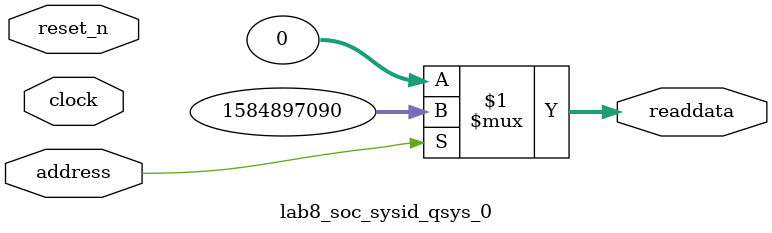
<source format=v>



// synthesis translate_off
`timescale 1ns / 1ps
// synthesis translate_on

// turn off superfluous verilog processor warnings 
// altera message_level Level1 
// altera message_off 10034 10035 10036 10037 10230 10240 10030 

module lab8_soc_sysid_qsys_0 (
               // inputs:
                address,
                clock,
                reset_n,

               // outputs:
                readdata
             )
;

  output  [ 31: 0] readdata;
  input            address;
  input            clock;
  input            reset_n;

  wire    [ 31: 0] readdata;
  //control_slave, which is an e_avalon_slave
  assign readdata = address ? 1584897090 : 0;

endmodule



</source>
